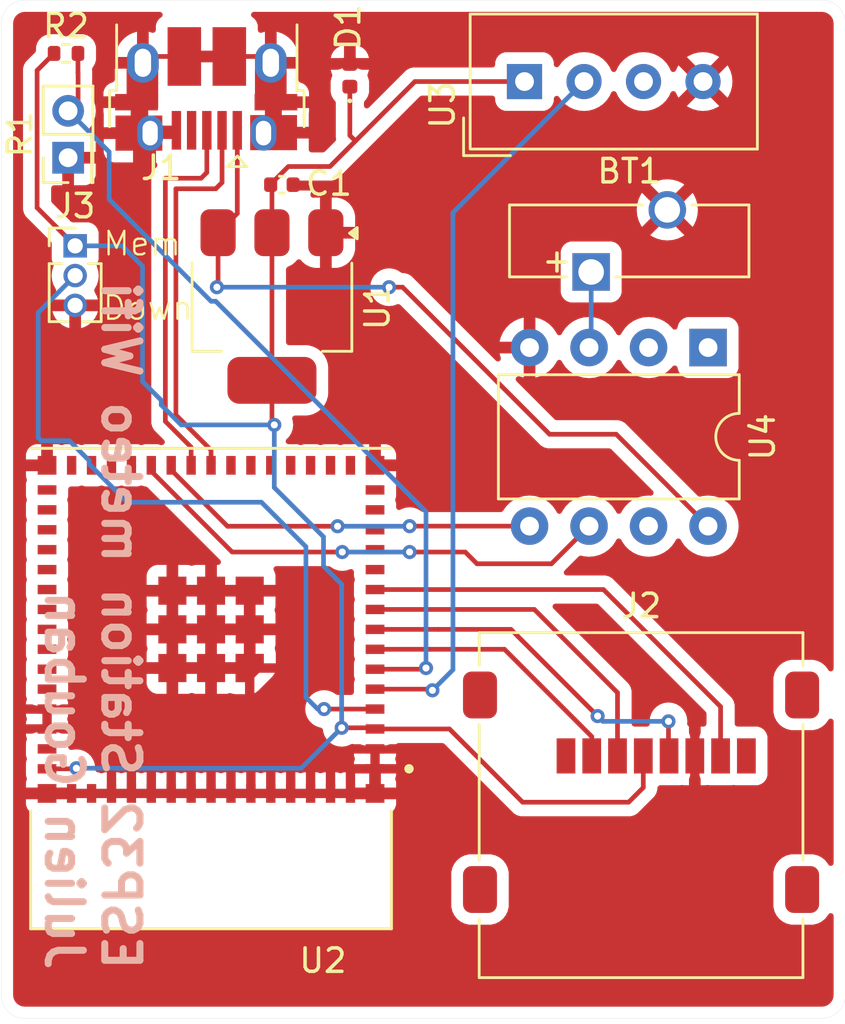
<source format=kicad_pcb>
(kicad_pcb (version 20240108) (generator "pcbnew") (generator_version "8.0")
  (layers (0 "F.Cu" signal) (31 "B.Cu" signal) (34 "B.Paste" user) (35 "F.Paste" user) (36 "B.SilkS" user "B.Silkscreen") (37 "F.SilkS" user "F.Silkscreen") (38 "B.Mask" user) (39 "F.Mask" user) (44 "Edge.Cuts" user))
  (net 0 "")
  (net 1 "+3.3V")
  (net 2 "GND")
  (net 3 "/USB_D+")
  (net 4 "/USB_D-")
  (net 6 "VBus")
  (net 7 "Net-(J3-Pin_2)")
  (net 28 "/SD_MISO")
  (net 35 "/SD_CS")
  (net 44 "/SD_CLK")
  (net 45 "/SD_MOSI")
  (net 46 "/Photoresistance")
  (net 47 "/Horloge_SCL")
  (net 48 "/Horloge_SDA")
  (net 49 "/Temperature")
  (net 52 "Net-(BT1-+)")
  (footprint "Capacitor_SMD:C_0402_1005Metric" (layer "F.Cu") (at 22.975 19.725)
    (property "Reference" "C1" (at 2.005 -0.05 0) (layer "F.SilkS"))
    (property "Value" "100nf" (hide yes))
    (fp_line (start -0.107836 -0.36) (end 0.107836 -0.36) (stroke (width 0.12)) (layer "F.SilkS"))
    (fp_line (start -0.107836 0.36) (end 0.107836 0.36) (stroke (width 0.12)) (layer "F.SilkS"))
    (pad "1" smd roundrect (at -0.48 0) (size 0.56 0.62) (layers "F.Cu" "F.Paste" "F.Mask") (net 1 "+3.3V"))
    (pad "2" smd roundrect (at 0.48 0) (size 0.56 0.62) (layers "F.Cu" "F.Paste" "F.Mask") (net 2 "GND"))
  )
  (footprint "Connector_PinHeader_1.27mm:PinHeader_1x03_P1.27mm_Vertical" (layer "F.Cu") (at 14.15 22.335)
    (property "Reference" "J3" (at 0 -1.695 0) (layer "F.SilkS"))
    (property "Value" "Conn_01x03_Pin" (hide yes))
    (fp_line (start -1.11 -0.76) (end 0 -0.76) (stroke (width 0.12)) (layer "F.SilkS"))
    (fp_line (start -1.11 0) (end -1.11 -0.76) (stroke (width 0.12)) (layer "F.SilkS"))
    (fp_line (start -1.11 0.76) (end -1.11 3.235) (stroke (width 0.12)) (layer "F.SilkS"))
    (fp_line (start -1.11 0.76) (end -0.563471 0.76) (stroke (width 0.12)) (layer "F.SilkS"))
    (fp_line (start -1.11 3.235) (end -0.30753 3.235) (stroke (width 0.12)) (layer "F.SilkS"))
    (fp_line (start 0.30753 3.235) (end 1.11 3.235) (stroke (width 0.12)) (layer "F.SilkS"))
    (fp_line (start 0.563471 0.76) (end 1.11 0.76) (stroke (width 0.12)) (layer "F.SilkS"))
    (fp_line (start 1.11 0.76) (end 1.11 3.235) (stroke (width 0.12)) (layer "F.SilkS"))
    (pad "1" thru_hole rect (at 0 0) (size 1 1) (drill 0.65) (layers "*.Cu" "*.Mask") (net 1 "+3.3V"))
    (pad "2" thru_hole oval (at 0 1.27) (size 1 1) (drill 0.65) (layers "*.Cu" "*.Mask") (net 7 "Net-(J3-Pin_2)"))
    (pad "3" thru_hole oval (at 0 2.54) (size 1 1) (drill 0.65) (layers "*.Cu" "*.Mask") (net 2 "GND"))
  )
  (footprint "Resistor_SMD:R_0402_1005Metric" (layer "F.Cu") (at 13.76 14.125)
    (property "Reference" "R2" (at 0 -1.17 0) (layer "F.SilkS"))
    (property "Value" "220 ohms" (hide yes))
    (fp_line (start -0.153641 -0.38) (end 0.153641 -0.38) (stroke (width 0.12)) (layer "F.SilkS"))
    (fp_line (start -0.153641 0.38) (end 0.153641 0.38) (stroke (width 0.12)) (layer "F.SilkS"))
    (pad "1" smd roundrect (at -0.51 0) (size 0.54 0.64) (layers "F.Cu" "F.Paste" "F.Mask") (net 1 "+3.3V"))
    (pad "2" smd roundrect (at 0.51 0) (size 0.54 0.64) (layers "F.Cu" "F.Paste" "F.Mask") (net 46 "/Photoresistance"))
  )
  (footprint "Connector_PinHeader_2.00mm:PinHeader_2x01_P2.00mm_Vertical" (layer "F.Cu") (at 13.85 18.575 90)
    (property "Reference" "R1" (at 1 -2.06 90) (layer "F.SilkS"))
    (property "Value" "R_Photo" (hide yes))
    (fp_line (start 3.06 -1.06) (end 3.06 1.06) (stroke (width 0.12)) (layer "F.SilkS"))
    (fp_line (start 1 -1.06) (end 3.06 -1.06) (stroke (width 0.12)) (layer "F.SilkS"))
    (fp_line (start -1.06 -1.06) (end 0 -1.06) (stroke (width 0.12)) (layer "F.SilkS"))
    (fp_line (start -1.06 0) (end -1.06 -1.06) (stroke (width 0.12)) (layer "F.SilkS"))
    (fp_line (start 1 1) (end 1 -1.06) (stroke (width 0.12)) (layer "F.SilkS"))
    (fp_line (start -1.06 1) (end 1 1) (stroke (width 0.12)) (layer "F.SilkS"))
    (fp_line (start -1.06 1) (end -1.06 1.06) (stroke (width 0.12)) (layer "F.SilkS"))
    (fp_line (start -1.06 1.06) (end 3.06 1.06) (stroke (width 0.12)) (layer "F.SilkS"))
    (pad "1" thru_hole rect (at 0 0 90) (size 1.35 1.35) (drill 0.8) (layers "*.Cu" "*.Mask") (net 2 "GND"))
    (pad "2" thru_hole oval (at 2 0 90) (size 1.35 1.35) (drill 0.8) (layers "*.Cu" "*.Mask") (net 46 "/Photoresistance"))
  )
  (footprint "Sensor:Aosong_DHT11_5.5x12.0_P2.54mm" (layer "F.Cu") (at 33.33 15.325 90)
    (property "Reference" "U3" (at -1 -3.5 90) (layer "F.SilkS"))
    (property "Value" "DHT11")
    (fp_line (start -3.16 -2.6) (end -1.55 -2.6) (stroke (width 0.12)) (layer "F.SilkS"))
    (fp_line (start -3.16 -2.6) (end -3.16 -0.6) (stroke (width 0.12)) (layer "F.SilkS"))
    (fp_line (start 2.88 -2.32) (end 2.88 9.94) (stroke (width 0.12)) (layer "F.SilkS"))
    (fp_line (start -2.87 -2.32) (end 2.87 -2.32) (stroke (width 0.12)) (layer "F.SilkS"))
    (fp_line (start 2.88 9.94) (end -2.88 9.94) (stroke (width 0.12)) (layer "F.SilkS"))
    (fp_line (start -2.88 9.94) (end -2.88 -2.31) (stroke (width 0.12)) (layer "F.SilkS"))
    (pad "1" thru_hole rect (at 0 0 90) (size 1.5 1.5) (drill 0.8) (layers "*.Cu" "*.Mask") (net 1 "+3.3V"))
    (pad "2" thru_hole circle (at 0 2.54 90) (size 1.5 1.5) (drill 0.8) (layers "*.Cu" "*.Mask") (net 49 "/Temperature"))
    (pad "3" thru_hole circle (at 0 5.08 90) (size 1.5 1.5) (drill 0.8) (layers "*.Cu" "*.Mask"))
    (pad "4" thru_hole circle (at 0 7.62 90) (size 1.5 1.5) (drill 0.8) (layers "*.Cu" "*.Mask") (net 2 "GND"))
  )
  (footprint "Connector_Card:microSD_HC_Molex_47219-2001" (layer "F.Cu") (at 38.305 46.2)
    (property "Reference" "J2" (at 0 -8.5 0) (layer "F.SilkS"))
    (property "Value" "Micro_SD_Card")
    (fp_line (start -6.91 -7.36) (end -6.91 -5.96) (stroke (width 0.12)) (layer "F.SilkS"))
    (fp_line (start -6.91 -7.36) (end 6.91 -7.36) (stroke (width 0.12)) (layer "F.SilkS"))
    (fp_line (start -6.91 2.34) (end -6.91 -3.44) (stroke (width 0.12)) (layer "F.SilkS"))
    (fp_line (start -6.91 4.86) (end -6.91 7.36) (stroke (width 0.12)) (layer "F.SilkS"))
    (fp_line (start -6.91 7.36) (end 6.91 7.36) (stroke (width 0.12)) (layer "F.SilkS"))
    (fp_line (start 6.91 -7.36) (end 6.91 -5.96) (stroke (width 0.12)) (layer "F.SilkS"))
    (fp_line (start 6.91 -3.44) (end 6.91 2.34) (stroke (width 0.12)) (layer "F.SilkS"))
    (fp_line (start 6.91 4.86) (end 6.91 7.36) (stroke (width 0.12)) (layer "F.SilkS"))
    (pad "1" smd rect (at -3.205 -2.1) (size 0.8 1.5) (layers "F.Cu" "F.Paste" "F.Mask"))
    (pad "2" smd rect (at -2.105 -2.1) (size 0.8 1.5) (layers "F.Cu" "F.Paste" "F.Mask") (net 35 "/SD_CS"))
    (pad "3" smd rect (at -1.005 -2.1) (size 0.8 1.5) (layers "F.Cu" "F.Paste" "F.Mask") (net 45 "/SD_MOSI"))
    (pad "4" smd rect (at 0.095 -2.1) (size 0.8 1.5) (layers "F.Cu" "F.Paste" "F.Mask") (net 1 "+3.3V"))
    (pad "5" smd rect (at 1.195 -2.1) (size 0.8 1.5) (layers "F.Cu" "F.Paste" "F.Mask") (net 44 "/SD_CLK"))
    (pad "6" smd rect (at 2.295 -2.1) (size 0.8 1.5) (layers "F.Cu" "F.Paste" "F.Mask") (net 2 "GND"))
    (pad "7" smd rect (at 3.395 -2.1) (size 0.8 1.5) (layers "F.Cu" "F.Paste" "F.Mask") (net 28 "/SD_MISO"))
    (pad "8" smd rect (at 4.495 -2.1) (size 0.8 1.5) (layers "F.Cu" "F.Paste" "F.Mask"))
    (pad "9" smd roundrect (at -6.875 -4.7) (size 1.45 2) (layers "F.Cu" "F.Paste" "F.Mask"))
    (pad "9" smd roundrect (at -6.875 3.6) (size 1.45 2) (layers "F.Cu" "F.Paste" "F.Mask"))
    (pad "9" smd roundrect (at 6.875 -4.7) (size 1.45 2) (layers "F.Cu" "F.Paste" "F.Mask"))
    (pad "9" smd roundrect (at 6.875 3.6) (size 1.45 2) (layers "F.Cu" "F.Paste" "F.Mask"))
  )
  (footprint "Battery:Battery_Panasonic_CR1025-VSK_Vertical_CircularHoles" (layer "F.Cu") (at 36.175 23.45)
    (property "Reference" "BT1" (at 1.625 -4.3 0) (layer "F.SilkS"))
    (property "Value" "Battery_Cell")
    (fp_line (start -3.485 -2.86) (end 2.19 -2.86) (stroke (width 0.12)) (layer "F.SilkS"))
    (fp_line (start -3.485 0.21) (end -3.485 -2.86) (stroke (width 0.12)) (layer "F.SilkS"))
    (fp_line (start -3.485 0.21) (end -1.06 0.21) (stroke (width 0.12)) (layer "F.SilkS"))
    (fp_line (start 1.06 0.21) (end 6.735 0.21) (stroke (width 0.12)) (layer "F.SilkS"))
    (fp_line (start 4.31 -2.86) (end 6.735 -2.86) (stroke (width 0.12)) (layer "F.SilkS"))
    (fp_line (start 6.735 0.21) (end 6.735 -2.86) (stroke (width 0.12)) (layer "F.SilkS"))
    (fp_text user "+" (at -1.46 -0.5 0) (layer "F.SilkS"))
    (pad "1" thru_hole rect (at 0 0) (size 1.6 1.6) (drill 1.09) (layers "*.Cu" "*.Mask") (net 52 "Net-(BT1-+)"))
    (pad "2" thru_hole circle (at 3.25 -2.65) (size 1.6 1.6) (drill 1.09) (layers "*.Cu" "*.Mask") (net 2 "GND"))
  )
  (footprint "Package_TO_SOT_SMD:SOT-223-3_TabPin2" (layer "F.Cu") (at 22.55 24.925 -90)
    (property "Reference" "U1" (at 0 -4.5 90) (layer "F.SilkS"))
    (property "Value" "NCP1117-3.3_SOT223" (hide yes))
    (fp_line (start -1.85 3.41) (end 1.91 3.41) (stroke (width 0.12)) (layer "F.SilkS"))
    (fp_line (start 1.91 3.41) (end 1.91 2.15) (stroke (width 0.12)) (layer "F.SilkS"))
    (fp_line (start -1.85 -3.41) (end 1.91 -3.41) (stroke (width 0.12)) (layer "F.SilkS"))
    (fp_line (start 1.91 -3.41) (end 1.91 -2.15) (stroke (width 0.12)) (layer "F.SilkS"))
    (fp_poly (pts (xy -3.13 -3.31) (xy -3.37 -3.64) (xy -2.89 -3.64) (xy -3.13 -3.31)) (stroke (width 0.12)) (fill solid) (layer "F.SilkS"))
    (pad "1" smd roundrect (at -3.15 -2.3 270) (size 2 1.5) (layers "F.Cu" "F.Paste" "F.Mask") (net 2 "GND"))
    (pad "2" smd roundrect (at -3.15 0 270) (size 2 1.5) (layers "F.Cu" "F.Paste" "F.Mask") (net 1 "+3.3V"))
    (pad "2" smd roundrect (at 3.15 0 270) (size 2 3.8) (layers "F.Cu" "F.Paste" "F.Mask") (net 1 "+3.3V"))
    (pad "3" smd roundrect (at -3.15 2.3 270) (size 2 1.5) (layers "F.Cu" "F.Paste" "F.Mask") (net 6 "VBus"))
  )
  (footprint "LED_SMD:LED_0402_1005Metric" (layer "F.Cu") (at 25.875 15.0575 90)
    (property "Reference" "D1" (at 2.0575 -0.075 90) (layer "F.SilkS"))
    (property "Value" "LED")
    (fp_circle (center -1.09 0) (end -1.04 0) (stroke (width 0.1)) (fill none) (layer "F.SilkS"))
    (pad "1" smd roundrect (at -0.485 0 90) (size 0.59 0.64) (layers "F.Cu" "F.Paste" "F.Mask") (net 1 "+3.3V"))
    (pad "2" smd roundrect (at 0.485 0 90) (size 0.59 0.64) (layers "F.Cu" "F.Paste" "F.Mask") (net 2 "GND"))
  )
  (footprint "Package_DIP:DIP-8_W7.62mm" (layer "F.Cu") (at 41.165 26.675 -90)
    (property "Reference" "U4" (at 3.81 -2.33 90) (layer "F.SilkS"))
    (property "Value" "DS1307+" (hide yes))
    (fp_line (start 1.16 8.95) (end 6.46 8.95) (stroke (width 0.12)) (layer "F.SilkS"))
    (fp_line (start 6.46 8.95) (end 6.46 -1.33) (stroke (width 0.12)) (layer "F.SilkS"))
    (fp_line (start 1.16 -1.33) (end 1.16 8.95) (stroke (width 0.12)) (layer "F.SilkS"))
    (fp_line (start 2.81 -1.33) (end 1.16 -1.33) (stroke (width 0.12)) (layer "F.SilkS"))
    (fp_line (start 6.46 -1.33) (end 4.81 -1.33) (stroke (width 0.12)) (layer "F.SilkS"))
    (fp_arc (start 4.81 -1.33) (mid 3.81 -0.33) (end 2.81 -1.33) (stroke (width 0.12)) (layer "F.SilkS"))
    (pad "1" thru_hole rect (at 0 0 270) (size 1.6 1.6) (drill 0.8) (layers "*.Cu" "*.Mask"))
    (pad "2" thru_hole oval (at 0 2.54 270) (size 1.6 1.6) (drill 0.8) (layers "*.Cu" "*.Mask"))
    (pad "3" thru_hole oval (at 0 5.08 270) (size 1.6 1.6) (drill 0.8) (layers "*.Cu" "*.Mask") (net 52 "Net-(BT1-+)"))
    (pad "4" thru_hole oval (at 0 7.62 270) (size 1.6 1.6) (drill 0.8) (layers "*.Cu" "*.Mask") (net 2 "GND"))
    (pad "5" thru_hole oval (at 7.62 7.62 270) (size 1.6 1.6) (drill 0.8) (layers "*.Cu" "*.Mask") (net 48 "/Horloge_SDA"))
    (pad "6" thru_hole oval (at 7.62 5.08 270) (size 1.6 1.6) (drill 0.8) (layers "*.Cu" "*.Mask") (net 47 "/Horloge_SCL"))
    (pad "7" thru_hole oval (at 7.62 2.54 270) (size 1.6 1.6) (drill 0.8) (layers "*.Cu" "*.Mask"))
    (pad "8" thru_hole oval (at 7.62 0 270) (size 1.6 1.6) (drill 0.8) (layers "*.Cu" "*.Mask") (net 6 "VBus"))
  )
  (footprint "ESP32-S3-Mini-1-N8:XCVR_ESP32-S3-MINI-1-N8" (layer "F.Cu") (at 19.95 38.7 180)
    (property "Reference" "U2" (at -4.775 -14.135 0) (layer "F.SilkS"))
    (property "Value" "ESP32-S3-MINI-1-N8" (hide yes))
    (fp_line (start 7.7 7.725) (end -7.7 7.725) (stroke (width 0.127)) (layer "F.SilkS"))
    (fp_line (start 7.7 -12.775) (end 7.7 -7.725) (stroke (width 0.127)) (layer "F.SilkS"))
    (fp_line (start -7.7 -7.725) (end -7.7 -12.775) (stroke (width 0.127)) (layer "F.SilkS"))
    (fp_line (start -7.7 -12.775) (end 7.7 -12.775) (stroke (width 0.127)) (layer "F.SilkS"))
    (fp_circle (center -8.45 -5.95) (end -8.35 -5.95) (stroke (width 0.2)) (fill none) (layer "F.SilkS"))
    (pad "1" smd rect (at -7 -5.95 180) (size 0.8 0.4) (layers "F.Cu" "F.Paste" "F.Mask") (net 2 "GND"))
    (pad "2" smd rect (at -7 -5.1 180) (size 0.8 0.4) (layers "F.Cu" "F.Paste" "F.Mask") (net 2 "GND"))
    (pad "3" smd rect (at -7 -4.25 180) (size 0.8 0.4) (layers "F.Cu" "F.Paste" "F.Mask") (net 1 "+3.3V"))
    (pad "4" smd rect (at -7 -3.4 180) (size 0.8 0.4) (layers "F.Cu" "F.Paste" "F.Mask") (net 7 "Net-(J3-Pin_2)"))
    (pad "5" smd rect (at -7 -2.55 180) (size 0.8 0.4) (layers "F.Cu" "F.Paste" "F.Mask") (net 49 "/Temperature"))
    (pad "6" smd rect (at -7 -1.7 180) (size 0.8 0.4) (layers "F.Cu" "F.Paste" "F.Mask") (net 46 "/Photoresistance"))
    (pad "7" smd rect (at -7 -0.85 180) (size 0.8 0.4) (layers "F.Cu" "F.Paste" "F.Mask") (net 35 "/SD_CS"))
    (pad "8" smd rect (at -7 0 180) (size 0.8 0.4) (layers "F.Cu" "F.Paste" "F.Mask") (net 44 "/SD_CLK"))
    (pad "9" smd rect (at -7 0.85 180) (size 0.8 0.4) (layers "F.Cu" "F.Paste" "F.Mask") (net 45 "/SD_MOSI"))
    (pad "10" smd rect (at -7 1.7 180) (size 0.8 0.4) (layers "F.Cu" "F.Paste" "F.Mask") (net 28 "/SD_MISO"))
    (pad "11" smd rect (at -7 2.55 180) (size 0.8 0.4) (layers "F.Cu" "F.Paste" "F.Mask"))
    (pad "12" smd rect (at -7 3.4 180) (size 0.8 0.4) (layers "F.Cu" "F.Paste" "F.Mask"))
    (pad "13" smd rect (at -7 4.25 180) (size 0.8 0.4) (layers "F.Cu" "F.Paste" "F.Mask"))
    (pad "14" smd rect (at -7 5.1 180) (size 0.8 0.4) (layers "F.Cu" "F.Paste" "F.Mask"))
    (pad "15" smd rect (at -7 5.95 180) (size 0.8 0.4) (layers "F.Cu" "F.Paste" "F.Mask"))
    (pad "16" smd rect (at -5.95 7 180) (size 0.4 0.8) (layers "F.Cu" "F.Paste" "F.Mask"))
    (pad "17" smd rect (at -5.1 7 180) (size 0.4 0.8) (layers "F.Cu" "F.Paste" "F.Mask"))
    (pad "18" smd rect (at -4.25 7 180) (size 0.4 0.8) (layers "F.Cu" "F.Paste" "F.Mask"))
    (pad "19" smd rect (at -3.4 7 180) (size 0.4 0.8) (layers "F.Cu" "F.Paste" "F.Mask"))
    (pad "20" smd rect (at -2.55 7 180) (size 0.4 0.8) (layers "F.Cu" "F.Paste" "F.Mask"))
    (pad "21" smd rect (at -1.7 7 180) (size 0.4 0.8) (layers "F.Cu" "F.Paste" "F.Mask"))
    (pad "22" smd rect (at -0.85 7 180) (size 0.4 0.8) (layers "F.Cu" "F.Paste" "F.Mask"))
    (pad "23" smd rect (at 0 7 180) (size 0.4 0.8) (layers "F.Cu" "F.Paste" "F.Mask") (net 4 "/USB_D-"))
    (pad "24" smd rect (at 0.85 7 180) (size 0.4 0.8) (layers "F.Cu" "F.Paste" "F.Mask") (net 3 "/USB_D+"))
    (pad "25" smd rect (at 1.7 7 180) (size 0.4 0.8) (layers "F.Cu" "F.Paste" "F.Mask") (net 48 "/Horloge_SDA"))
    (pad "26" smd rect (at 2.55 7 180) (size 0.4 0.8) (layers "F.Cu" "F.Paste" "F.Mask") (net 47 "/Horloge_SCL"))
    (pad "27" smd rect (at 3.4 7 180) (size 0.4 0.8) (layers "F.Cu" "F.Paste" "F.Mask"))
    (pad "28" smd rect (at 4.25 7 180) (size 0.4 0.8) (layers "F.Cu" "F.Paste" "F.Mask"))
    (pad "29" smd rect (at 5.1 7 180) (size 0.4 0.8) (layers "F.Cu" "F.Paste" "F.Mask"))
    (pad "30" smd rect (at 5.95 7 180) (size 0.4 0.8) (layers "F.Cu" "F.Paste" "F.Mask"))
    (pad "31" smd rect (at 7 5.95 180) (size 0.8 0.4) (layers "F.Cu" "F.Paste" "F.Mask"))
    (pad "32" smd rect (at 7 5.1 180) (size 0.8 0.4) (layers "F.Cu" "F.Paste" "F.Mask"))
    (pad "33" smd rect (at 7 4.25 180) (size 0.8 0.4) (layers "F.Cu" "F.Paste" "F.Mask"))
    (pad "34" smd rect (at 7 3.4 180) (size 0.8 0.4) (layers "F.Cu" "F.Paste" "F.Mask"))
    (pad "35" smd rect (at 7 2.55 180) (size 0.8 0.4) (layers "F.Cu" "F.Paste" "F.Mask"))
    (pad "36" smd rect (at 7 1.7 180) (size 0.8 0.4) (layers "F.Cu" "F.Paste" "F.Mask"))
    (pad "37" smd rect (at 7 0.85 180) (size 0.8 0.4) (layers "F.Cu" "F.Paste" "F.Mask"))
    (pad "38" smd rect (at 7 0 180) (size 0.8 0.4) (layers "F.Cu" "F.Paste" "F.Mask"))
    (pad "39" smd rect (at 7 -0.85 180) (size 0.8 0.4) (layers "F.Cu" "F.Paste" "F.Mask"))
    (pad "40" smd rect (at 7 -1.7 180) (size 0.8 0.4) (layers "F.Cu" "F.Paste" "F.Mask"))
    (pad "41" smd rect (at 7 -2.55 180) (size 0.8 0.4) (layers "F.Cu" "F.Paste" "F.Mask"))
    (pad "42" smd rect (at 7 -3.4 180) (size 0.8 0.4) (layers "F.Cu" "F.Paste" "F.Mask") (net 2 "GND"))
    (pad "43" smd rect (at 7 -4.25 180) (size 0.8 0.4) (layers "F.Cu" "F.Paste" "F.Mask") (net 2 "GND"))
    (pad "44" smd rect (at 7 -5.1 180) (size 0.8 0.4) (layers "F.Cu" "F.Paste" "F.Mask"))
    (pad "45" smd rect (at 7 -5.95 180) (size 0.8 0.4) (layers "F.Cu" "F.Paste" "F.Mask") (net 1 "+3.3V"))
    (pad "46" smd rect (at 5.95 -7 180) (size 0.4 0.8) (layers "F.Cu" "F.Paste" "F.Mask") (net 2 "GND"))
    (pad "47" smd rect (at 5.1 -7 180) (size 0.4 0.8) (layers "F.Cu" "F.Paste" "F.Mask") (net 2 "GND"))
    (pad "48" smd rect (at 4.25 -7 180) (size 0.4 0.8) (layers "F.Cu" "F.Paste" "F.Mask") (net 2 "GND"))
    (pad "49" smd rect (at 3.4 -7 180) (size 0.4 0.8) (layers "F.Cu" "F.Paste" "F.Mask") (net 2 "GND"))
    (pad "50" smd rect (at 2.55 -7 180) (size 0.4 0.8) (layers "F.Cu" "F.Paste" "F.Mask") (net 2 "GND"))
    (pad "51" smd rect (at 1.7 -7 180) (size 0.4 0.8) (layers "F.Cu" "F.Paste" "F.Mask") (net 2 "GND"))
    (pad "52" smd rect (at 0.85 -7 180) (size 0.4 0.8) (layers "F.Cu" "F.Paste" "F.Mask") (net 2 "GND"))
    (pad "53" smd rect (at 0 -7 180) (size 0.4 0.8) (layers "F.Cu" "F.Paste" "F.Mask") (net 2 "GND"))
    (pad "54" smd rect (at -0.85 -7 180) (size 0.4 0.8) (layers "F.Cu" "F.Paste" "F.Mask") (net 2 "GND"))
    (pad "55" smd rect (at -1.7 -7 180) (size 0.4 0.8) (layers "F.Cu" "F.Paste" "F.Mask") (net 2 "GND"))
    (pad "56" smd rect (at -2.55 -7 180) (size 0.4 0.8) (layers "F.Cu" "F.Paste" "F.Mask") (net 2 "GND"))
    (pad "57" smd rect (at -3.4 -7 180) (size 0.4 0.8) (layers "F.Cu" "F.Paste" "F.Mask") (net 2 "GND"))
    (pad "58" smd rect (at -4.25 -7 180) (size 0.4 0.8) (layers "F.Cu" "F.Paste" "F.Mask") (net 2 "GND"))
    (pad "59" smd rect (at -5.1 -7 180) (size 0.4 0.8) (layers "F.Cu" "F.Paste" "F.Mask") (net 2 "GND"))
    (pad "60" smd rect (at -5.95 -7 180) (size 0.4 0.8) (layers "F.Cu" "F.Paste" "F.Mask") (net 2 "GND"))
    (pad "61" smd rect (at 0 0 180) (size 1.2 1.2) (layers "F.Cu" "F.Paste" "F.Mask") (net 2 "GND"))
    (pad "61_1" smd custom (at -1.65 -1.65 180) (size 0.4 0.4) (layers "F.Cu") (net 2 "GND") (options (clearance outline) (anchor rect)) (primitives (gr_poly (pts (xy -0.6 0.6) (xy 0.6 0.6) (xy 0.6 -0.6) (xy 0 -0.6) (xy -0.6 0)) (width 0.01) (fill yes))))
    (pad "61_2" smd rect (at 0 -1.65 180) (size 1.2 1.2) (layers "F.Cu" "F.Paste" "F.Mask") (net 2 "GND"))
    (pad "61_3" smd rect (at 1.65 -1.65 180) (size 1.2 1.2) (layers "F.Cu" "F.Paste" "F.Mask") (net 2 "GND"))
    (pad "61_4" smd rect (at 1.65 0 180) (size 1.2 1.2) (layers "F.Cu" "F.Paste" "F.Mask") (net 2 "GND"))
    (pad "61_5" smd rect (at 1.65 1.65 180) (size 1.2 1.2) (layers "F.Cu" "F.Paste" "F.Mask") (net 2 "GND"))
    (pad "61_6" smd rect (at 0 1.65 180) (size 1.2 1.2) (layers "F.Cu" "F.Paste" "F.Mask") (net 2 "GND"))
    (pad "61_7" smd rect (at -1.65 1.65 180) (size 1.2 1.2) (layers "F.Cu" "F.Paste" "F.Mask") (net 2 "GND"))
    (pad "61_8" smd rect (at -1.65 0 180) (size 1.2 1.2) (layers "F.Cu" "F.Paste" "F.Mask") (net 2 "GND"))
    (pad "62" smd rect (at -7 -7 180) (size 0.8 0.8) (layers "F.Cu" "F.Paste" "F.Mask") (net 2 "GND"))
    (pad "63" smd rect (at -7 7 180) (size 0.8 0.8) (layers "F.Cu" "F.Paste" "F.Mask") (net 2 "GND"))
    (pad "64" smd rect (at 7 7 180) (size 0.8 0.8) (layers "F.Cu" "F.Paste" "F.Mask") (net 2 "GND"))
    (pad "65" smd rect (at 7 -7 180) (size 0.8 0.8) (layers "F.Cu" "F.Paste" "F.Mask") (net 2 "GND"))
    (zone (net 0) (net_name "") (layer "F.Cu") (connect_pads (clearance 0)) (min_thickness 0.01)
      (keepout (tracks not_allowed) (vias not_allowed) (pads not_allowed) (copperpour not_allowed) (footprints allowed))
      (fill (thermal_gap 0.508) (thermal_bridge_width 0.508))
      (polygon (pts (xy 27.65 51.475) (xy 12.25 51.475) (xy 12.25 46.425) (xy 27.65 46.425)))
    )
  )
  (footprint "Connector_USB:USB_Micro-B_Amphenol_10103594-0001LF_Horizontal" (layer "F.Cu") (at 19.745 15.64 180)
    (property "Reference" "J1" (at 1.925 -3.365 0) (layer "F.SilkS"))
    (property "Value" "USB_B_Micro" (hide yes))
    (fp_line (start 4.125 -0.065) (end 4.125 -1.615) (stroke (width 0.12)) (layer "F.SilkS"))
    (fp_line (start 3.825 2.735) (end 3.825 -0.065) (stroke (width 0.12)) (layer "F.SilkS"))
    (fp_line (start 3.825 -0.065) (end 4.125 -0.065) (stroke (width 0.12)) (layer "F.SilkS"))
    (fp_line (start -0.925 -3.315) (end -1.325 -2.865) (stroke (width 0.12)) (layer "F.SilkS"))
    (fp_line (start -1.325 -2.865) (end -1.725 -3.315) (stroke (width 0.12)) (layer "F.SilkS"))
    (fp_line (start -1.725 -3.315) (end -0.925 -3.315) (stroke (width 0.12)) (layer "F.SilkS"))
    (fp_line (start -3.875 2.735) (end -3.875 -0.065) (stroke (width 0.12)) (layer "F.SilkS"))
    (fp_line (start -4.175 -0.065) (end -3.875 -0.065) (stroke (width 0.12)) (layer "F.SilkS"))
    (fp_line (start -4.175 -0.065) (end -4.175 -1.615) (stroke (width 0.12)) (layer "F.SilkS"))
    (pad "1" smd rect (at -1.325 -1.765 270) (size 1.65 0.4) (layers "F.Cu" "F.Paste" "F.Mask") (net 6 "VBus"))
    (pad "2" smd rect (at -0.675 -1.765 270) (size 1.65 0.4) (layers "F.Cu" "F.Paste" "F.Mask") (net 4 "/USB_D-"))
    (pad "3" smd rect (at -0.025 -1.765 270) (size 1.65 0.4) (layers "F.Cu" "F.Paste" "F.Mask") (net 3 "/USB_D+"))
    (pad "4" smd rect (at 0.625 -1.765 270) (size 1.65 0.4) (layers "F.Cu" "F.Paste" "F.Mask"))
    (pad "5" smd rect (at 1.275 -1.765 270) (size 1.65 0.4) (layers "F.Cu" "F.Paste" "F.Mask") (net 2 "GND"))
    (pad "6" smd rect (at -2.975 -0.565 180) (size 1.825 0.7) (layers "F.Cu" "F.Paste" "F.Mask") (net 2 "GND"))
    (pad "6" smd rect (at -2.875 -1.865 180) (size 2 1.5) (layers "F.Cu" "F.Paste" "F.Mask") (net 2 "GND"))
    (pad "6" smd rect (at -2.755 0.185 180) (size 1.35 2) (layers "F.Cu" "F.Paste" "F.Mask") (net 2 "GND"))
    (pad "6" thru_hole oval (at -2.755 1.115 270) (size 1.7 1.35) (drill oval 1.2 0.7) (layers "*.Cu" "*.Mask") (net 2 "GND"))
    (pad "6" thru_hole oval (at -2.445 -1.885 270) (size 1.5 1.1) (drill oval 1.05 0.65) (layers "*.Cu" "*.Mask") (net 2 "GND"))
    (pad "6" smd rect (at -0.985 1.385 270) (size 2.5 1.43) (layers "F.Cu" "F.Paste" "F.Mask") (net 2 "GND"))
    (pad "6" smd rect (at 0.935 1.385 270) (size 2.5 1.43) (layers "F.Cu" "F.Paste" "F.Mask") (net 2 "GND"))
    (pad "6" thru_hole oval (at 2.395 -1.885 270) (size 1.5 1.1) (drill oval 1.05 0.65) (layers "*.Cu" "*.Mask") (net 2 "GND"))
    (pad "6" thru_hole oval (at 2.705 1.115 270) (size 1.7 1.35) (drill oval 1.2 0.7) (layers "*.Cu" "*.Mask") (net 2 "GND"))
    (pad "6" smd rect (at 2.725 0.185 180) (size 1.35 2) (layers "F.Cu" "F.Paste" "F.Mask") (net 2 "GND"))
    (pad "6" smd rect (at 2.875 -1.885 180) (size 2 1.5) (layers "F.Cu" "F.Paste" "F.Mask") (net 2 "GND"))
    (pad "6" smd rect (at 2.975 -0.565 180) (size 1.825 0.7) (layers "F.Cu" "F.Paste" "F.Mask") (net 2 "GND"))
  )
  (gr_arc (start 11 12.85) (mid 11.292893 12.142893) (end 12 11.85) (stroke (width 0.01)) (layer "Edge.Cuts"))
  (gr_arc (start 12 55.3) (mid 11.292893 55.007107) (end 11 54.3) (stroke (width 0.01)) (layer "Edge.Cuts"))
  (gr_line (start 12 11.85) (end 46.025 11.85) (stroke (width 0.01)) (layer "Edge.Cuts"))
  (gr_line (start 11 54.3) (end 11 12.85) (stroke (width 0.01)) (layer "Edge.Cuts"))
  (gr_line (start 47.025 12.85) (end 47.025 54.3) (stroke (width 0.01)) (layer "Edge.Cuts"))
  (gr_arc (start 46.025 11.85) (mid 46.732107 12.142893) (end 47.025 12.85) (stroke (width 0.01)) (layer "Edge.Cuts"))
  (gr_arc (start 47.025 54.3) (mid 46.732107 55.007107) (end 46.025 55.3) (stroke (width 0.01)) (layer "Edge.Cuts"))
  (gr_line (start 46.025 55.3) (end 12 55.3) (stroke (width 0.01)) (layer "Edge.Cuts"))
  (gr_text "ESP32 Station meteo Wifi\nJulien Gouban" (at 12.8 53.375 270) (layer "B.SilkS") (effects (font (size 1.5 1.5) (thickness 0.3) (bold yes)) (justify left bottom mirror)))
  (gr_text "Mem\n" (at 15.275 22.825 0) (layer "F.SilkS") (effects (font (size 1 1) (thickness 0.1)) (justify left bottom)))
  (gr_text "Down\n" (at 15.26 25.57 0) (layer "F.SilkS") (effects (font (size 1 1) (thickness 0.1)) (justify left bottom)))
  (segment (start 38.4 45.45) (end 38.4 44.1) (width 0.2) (layer "F.Cu") (net 1))
  (segment (start 12.525 20.71) (end 14.15 22.335) (width 0.2) (layer "F.Cu") (net 1))
  (segment (start 26.1125 17.8625) (end 25.7125 18.2625) (width 0.2) (layer "F.Cu") (net 1))
  (segment (start 22.55 19.78) (end 22.495 19.725) (width 0.2) (layer "F.Cu") (net 1))
  (segment (start 22.55 21.775) (end 22.55 28.075) (width 0.2) (layer "F.Cu") (net 1))
  (segment (start 12.95 44.65) (end 14.175 44.65) (width 0.2) (layer "F.Cu") (net 1))
  (segment (start 14.175 44.65) (end 14.2 44.625) (width 0.2) (layer "F.Cu") (net 1))
  (segment (start 25.7125 18.2625) (end 25.025 18.95) (width 0.2) (layer "F.Cu") (net 1))
  (segment (start 26.95 42.95) (end 30.125 42.95) (width 0.2) (layer "F.Cu") (net 1))
  (segment (start 22.495 19.705) (end 22.495 19.725) (width 0.2) (layer "F.Cu") (net 1))
  (segment (start 33.33 15.325) (end 28.65 15.325) (width 0.2) (layer "F.Cu") (net 1))
  (segment (start 37.775 46.075) (end 38.4 45.45) (width 0.2) (layer "F.Cu") (net 1))
  (segment (start 26.9 42.9) (end 26.95 42.95) (width 0.2) (layer "F.Cu") (net 1))
  (segment (start 13.25 14.125) (end 12.525 14.85) (width 0.2) (layer "F.Cu") (net 1))
  (segment (start 30.125 42.95) (end 33.25 46.075) (width 0.2) (layer "F.Cu") (net 1))
  (segment (start 28.65 15.325) (end 26.1125 17.8625) (width 0.2) (layer "F.Cu") (net 1))
  (segment (start 22.55 29.875) (end 22.65 29.975) (width 0.2) (layer "F.Cu") (net 1))
  (segment (start 23.25 18.95) (end 22.495 19.705) (width 0.2) (layer "F.Cu") (net 1))
  (segment (start 12.525 14.85) (end 12.525 20.71) (width 0.2) (layer "F.Cu") (net 1))
  (segment (start 33.25 46.075) (end 37.775 46.075) (width 0.2) (layer "F.Cu") (net 1))
  (segment (start 25.025 18.95) (end 23.25 18.95) (width 0.2) (layer "F.Cu") (net 1))
  (segment (start 25.875 17.625) (end 26.1125 17.8625) (width 0.2) (layer "F.Cu") (net 1))
  (segment (start 22.55 21.775) (end 22.55 19.78) (width 0.2) (layer "F.Cu") (net 1))
  (segment (start 25.875 15.5425) (end 25.875 17.625) (width 0.2) (layer "F.Cu") (net 1))
  (segment (start 25.525 42.9) (end 26.9 42.9) (width 0.2) (layer "F.Cu") (net 1))
  (segment (start 22.55 28.075) (end 22.55 29.875) (width 0.2) (layer "F.Cu") (net 1))
  (via (at 14.2 44.625) (size 0.6) (drill 0.3) (layers "F.Cu" "B.Cu") (net 1))
  (via (at 22.65 29.975) (size 0.6) (drill 0.3) (layers "F.Cu" "B.Cu") (net 1))
  (via (at 25.525 42.9) (size 0.6) (drill 0.3) (layers "F.Cu" "B.Cu") (net 1))
  (segment (start 17.025 23.2) (end 16.16 22.335) (width 0.2) (layer "B.Cu") (net 1))
  (segment (start 25.525 36.775) (end 24.75 36) (width 0.2) (layer "B.Cu") (net 1))
  (segment (start 25.525 42.9) (end 25.525 36.775) (width 0.2) (layer "B.Cu") (net 1))
  (segment (start 18.675 29.975) (end 17.825 29.125) (width 0.2) (layer "B.Cu") (net 1))
  (segment (start 17.825 28.925) (end 17.025 28.125) (width 0.2) (layer "B.Cu") (net 1))
  (segment (start 23.8 44.625) (end 25.525 42.9) (width 0.2) (layer "B.Cu") (net 1))
  (segment (start 22.65 29.975) (end 18.675 29.975) (width 0.2) (layer "B.Cu") (net 1))
  (segment (start 17.825 29.125) (end 17.825 28.925) (width 0.2) (layer "B.Cu") (net 1))
  (segment (start 24.75 34.75) (end 22.65 32.65) (width 0.2) (layer "B.Cu") (net 1))
  (segment (start 22.65 32.65) (end 22.65 29.975) (width 0.2) (layer "B.Cu") (net 1))
  (segment (start 24.75 36) (end 24.75 34.75) (width 0.2) (layer "B.Cu") (net 1))
  (segment (start 16.16 22.335) (end 14.15 22.335) (width 0.2) (layer "B.Cu") (net 1))
  (segment (start 14.2 44.625) (end 23.8 44.625) (width 0.2) (layer "B.Cu") (net 1))
  (segment (start 17.025 28.125) (end 17.025 23.2) (width 0.2) (layer "B.Cu") (net 1))
  (segment (start 20.73 14.255) (end 22.23 14.255) (width 0.2) (layer "F.Cu") (net 2))
  (segment (start 22.23 14.255) (end 22.5 14.525) (width 0.2) (layer "F.Cu") (net 2))
  (segment (start 18.81 14.255) (end 17.31 14.255) (width 0.2) (layer "F.Cu") (net 2))
  (segment (start 17.31 14.255) (end 17.04 14.525) (width 0.2) (layer "F.Cu") (net 2))
  (segment (start 19.77 19.205) (end 19.525 19.45) (width 0.2) (layer "F.Cu") (net 3))
  (segment (start 19.1 30.925) (end 19.1 31.7) (width 0.2) (layer "F.Cu") (net 3))
  (segment (start 18 19.45) (end 18 29.825) (width 0.2) (layer "F.Cu") (net 3))
  (segment (start 19.525 19.45) (end 18 19.45) (width 0.2) (layer "F.Cu") (net 3))
  (segment (start 18 29.825) (end 19.1 30.925) (width 0.2) (layer "F.Cu") (net 3))
  (segment (start 19.77 17.405) (end 19.77 19.205) (width 0.2) (layer "F.Cu") (net 3))
  (segment (start 20.42 19.63) (end 20.15 19.9) (width 0.2) (layer "F.Cu") (net 4))
  (segment (start 18.45 29.55) (end 19.95 31.05) (width 0.2) (layer "F.Cu") (net 4))
  (segment (start 18.45 19.9) (end 18.45 29.55) (width 0.2) (layer "F.Cu") (net 4))
  (segment (start 19.95 31.05) (end 19.95 31.7) (width 0.2) (layer "F.Cu") (net 4))
  (segment (start 20.15 19.9) (end 18.45 19.9) (width 0.2) (layer "F.Cu") (net 4))
  (segment (start 20.42 17.405) (end 20.42 19.63) (width 0.2) (layer "F.Cu") (net 4))
  (segment (start 20.25 21.775) (end 21.07 20.955) (width 0.2) (layer "F.Cu") (net 6))
  (segment (start 37.245 30.375) (end 41.165 34.295) (width 0.2) (layer "F.Cu") (net 6))
  (segment (start 34.4 30.375) (end 37.245 30.375) (width 0.2) (layer "F.Cu") (net 6))
  (segment (start 28.125 24.1) (end 34.4 30.375) (width 0.2) (layer "F.Cu") (net 6))
  (segment (start 20.25 24.05) (end 20.2 24.1) (width 0.2) (layer "F.Cu") (net 6))
  (segment (start 27.55 24.1) (end 28.125 24.1) (width 0.2) (layer "F.Cu") (net 6))
  (segment (start 20.25 21.775) (end 20.25 24.05) (width 0.2) (layer "F.Cu") (net 6))
  (segment (start 21.07 20.955) (end 21.07 17.405) (width 0.2) (layer "F.Cu") (net 6))
  (via (at 20.2 24.1) (size 0.6) (drill 0.3) (layers "F.Cu" "B.Cu") (net 6))
  (via (at 27.55 24.1) (size 0.6) (drill 0.3) (layers "F.Cu" "B.Cu") (net 6))
  (segment (start 20.2 24.1) (end 27.525 24.1) (width 0.2) (layer "B.Cu") (net 6))
  (segment (start 26.95 42.1) (end 24.775 42.1) (width 0.2) (layer "F.Cu") (net 7))
  (via (at 24.775 42.1) (size 0.6) (drill 0.3) (layers "F.Cu" "B.Cu") (net 7))
  (segment (start 12.575 25.18) (end 14.15 23.605) (width 0.2) (layer "B.Cu") (net 7))
  (segment (start 22.1 33.275) (end 16.375 33.275) (width 0.2) (layer "B.Cu") (net 7))
  (segment (start 14.75 31.5) (end 13.9 30.65) (width 0.2) (layer "B.Cu") (net 7))
  (segment (start 24 41.6) (end 24 35.175) (width 0.2) (layer "B.Cu") (net 7))
  (segment (start 24 35.175) (end 22.1 33.275) (width 0.2) (layer "B.Cu") (net 7))
  (segment (start 14.75 31.65) (end 14.75 31.5) (width 0.2) (layer "B.Cu") (net 7))
  (segment (start 12.575 30.525) (end 12.575 25.18) (width 0.2) (layer "B.Cu") (net 7))
  (segment (start 16.375 33.275) (end 14.75 31.65) (width 0.2) (layer "B.Cu") (net 7))
  (segment (start 24.5 42.1) (end 24 41.6) (width 0.2) (layer "B.Cu") (net 7))
  (segment (start 12.7 30.65) (end 12.575 30.525) (width 0.2) (layer "B.Cu") (net 7))
  (segment (start 24.775 42.1) (end 24.5 42.1) (width 0.2) (layer "B.Cu") (net 7))
  (segment (start 13.9 30.65) (end 12.7 30.65) (width 0.2) (layer "B.Cu") (net 7))
  (segment (start 41.7 42) (end 41.7 44.1) (width 0.2) (layer "F.Cu") (net 28))
  (segment (start 36.7 37) (end 41.7 42) (width 0.2) (layer "F.Cu") (net 28))
  (segment (start 26.95 37) (end 36.7 37) (width 0.2) (layer "F.Cu") (net 28))
  (segment (start 36.2 44.1) (end 36.2 43.275) (width 0.2) (layer "F.Cu") (net 35))
  (segment (start 32.475 39.55) (end 29.275 39.55) (width 0.2) (layer "F.Cu") (net 35))
  (segment (start 36.2 43.275) (end 32.475 39.55) (width 0.2) (layer "F.Cu") (net 35))
  (segment (start 26.95 39.55) (end 29.275 39.55) (width 0.2) (layer "F.Cu") (net 35))
  (segment (start 32.75 38.7) (end 36.45 42.4) (width 0.2) (layer "F.Cu") (net 44))
  (segment (start 39.475 42.625) (end 39.475 44.075) (width 0.2) (layer "F.Cu") (net 44))
  (segment (start 29.65 38.7) (end 32.75 38.7) (width 0.2) (layer "F.Cu") (net 44))
  (segment (start 29.65 38.7) (end 26.95 38.7) (width 0.2) (layer "F.Cu") (net 44))
  (segment (start 39.475 44.075) (end 39.5 44.1) (width 0.2) (layer "F.Cu") (net 44))
  (via (at 36.45 42.4) (size 0.6) (drill 0.3) (layers "F.Cu" "B.Cu") (net 44))
  (via (at 39.475 42.625) (size 0.6) (drill 0.3) (layers "F.Cu" "B.Cu") (net 44))
  (segment (start 39.475 42.625) (end 36.675 42.625) (width 0.2) (layer "B.Cu") (net 44))
  (segment (start 36.675 42.625) (end 36.45 42.4) (width 0.2) (layer "B.Cu") (net 44))
  (segment (start 33.75 37.85) (end 37.3 41.4) (width 0.2) (layer "F.Cu") (net 45))
  (segment (start 37.3 41.4) (end 37.3 44.1) (width 0.2) (layer "F.Cu") (net 45))
  (segment (start 26.95 37.85) (end 33.75 37.85) (width 0.2) (layer "F.Cu") (net 45))
  (segment (start 14.275 16.15) (end 14.275 14.95) (width 0.2) (layer "F.Cu") (net 46))
  (segment (start 14.275 14.95) (end 14.27 14.945) (width 0.2) (layer "F.Cu") (net 46))
  (segment (start 13.85 16.575) (end 14.275 16.15) (width 0.2) (layer "F.Cu") (net 46))
  (segment (start 29.075 40.4) (end 26.95 40.4) (width 0.2) (layer "F.Cu") (net 46))
  (segment (start 29.125 40.35) (end 29.075 40.4) (width 0.2) (layer "F.Cu") (net 46))
  (segment (start 14.27 14.945) (end 14.27 14.125) (width 0.2) (layer "F.Cu") (net 46))
  (via (at 29.125 40.35) (size 0.6) (drill 0.3) (layers "F.Cu" "B.Cu") (net 46))
  (segment (start 19.951471 24.7) (end 15.6 20.348529) (width 0.2) (layer "B.Cu") (net 46))
  (segment (start 20.15 24.7) (end 19.951471 24.7) (width 0.2) (layer "B.Cu") (net 46))
  (segment (start 29.125 40.35) (end 29.125 33.675) (width 0.2) (layer "B.Cu") (net 46))
  (segment (start 15.6 18.325) (end 13.85 16.575) (width 0.2) (layer "B.Cu") (net 46))
  (segment (start 29.125 33.675) (end 20.15 24.7) (width 0.2) (layer "B.Cu") (net 46))
  (segment (start 15.6 20.348529) (end 15.6 18.325) (width 0.2) (layer "B.Cu") (net 46))
  (segment (start 20.85 35.4) (end 25.55 35.4) (width 0.2) (layer "F.Cu") (net 47))
  (segment (start 34.48 35.9) (end 36.085 34.295) (width 0.2) (layer "F.Cu") (net 47))
  (segment (start 17.4 31.95) (end 20.85 35.4) (width 0.2) (layer "F.Cu") (net 47))
  (segment (start 28.425 35.4) (end 30.8 35.4) (width 0.2) (layer "F.Cu") (net 47))
  (segment (start 17.4 31.7) (end 17.4 31.95) (width 0.2) (layer "F.Cu") (net 47))
  (segment (start 30.8 35.4) (end 31.3 35.9) (width 0.2) (layer "F.Cu") (net 47))
  (segment (start 31.3 35.9) (end 34.48 35.9) (width 0.2) (layer "F.Cu") (net 47))
  (via (at 28.425 35.4) (size 0.6) (drill 0.3) (layers "F.Cu" "B.Cu") (net 47))
  (via (at 25.55 35.4) (size 0.6) (drill 0.3) (layers "F.Cu" "B.Cu") (net 47))
  (segment (start 25.55 35.4) (end 28.425 35.4) (width 0.2) (layer "B.Cu") (net 47))
  (segment (start 20.65 34.3) (end 25.35 34.3) (width 0.2) (layer "F.Cu") (net 48))
  (segment (start 18.25 31.9) (end 20.65 34.3) (width 0.2) (layer "F.Cu") (net 48))
  (segment (start 18.25 31.7) (end 18.25 31.9) (width 0.2) (layer "F.Cu") (net 48))
  (segment (start 28.425 34.295) (end 33.545 34.295) (width 0.2) (layer "F.Cu") (net 48))
  (via (at 25.35 34.3) (size 0.6) (drill 0.3) (layers "F.Cu" "B.Cu") (net 48))
  (via (at 28.425 34.295) (size 0.6) (drill 0.3) (layers "F.Cu" "B.Cu") (net 48))
  (segment (start 28.42 34.3) (end 25.35 34.3) (width 0.2) (layer "B.Cu") (net 48))
  (segment (start 28.425 34.295) (end 28.42 34.3) (width 0.2) (layer "B.Cu") (net 48))
  (segment (start 26.95 41.25) (end 29.35 41.25) (width 0.2) (layer "F.Cu") (net 49))
  (segment (start 29.35 41.25) (end 29.4 41.3) (width 0.2) (layer "F.Cu") (net 49))
  (via (at 29.4 41.3) (size 0.6) (drill 0.3) (layers "F.Cu" "B.Cu") (net 49))
  (segment (start 30.275 20.92) (end 35.87 15.325) (width 0.2) (layer "B.Cu") (net 49))
  (segment (start 29.4 41.3) (end 30.275 40.425) (width 0.2) (layer "B.Cu") (net 49))
  (segment (start 30.275 40.425) (end 30.275 20.92) (width 0.2) (layer "B.Cu") (net 49))
  (segment (start 36.175 23.45) (end 36.175 26.585) (width 0.2) (layer "B.Cu") (net 52))
  (segment (start 36.175 26.585) (end 36.085 26.675) (width 0.2) (layer "B.Cu") (net 52))
  (zone (net 2) (net_name "GND") (layer "F.Cu") (connect_pads (clearance 0.5)) (min_thickness 0.25) (fill yes (thermal_gap 0.5) (thermal_bridge_width 0.5))
    (polygon (pts (xy 11.325 12.125) (xy 46.65 12.2) (xy 46.6 55) (xy 11.375 54.8)))
  )
)
</source>
